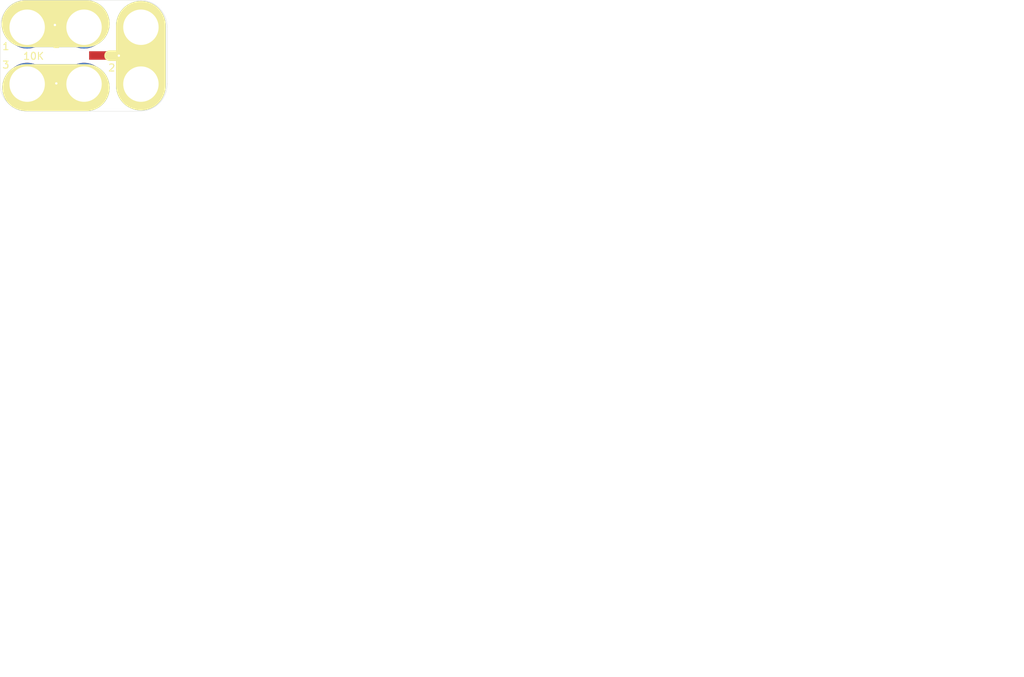
<source format=kicad_pcb>
(kicad_pcb (version 4) (host pcbnew 4.0.5-e0-6337~49~ubuntu16.04.1)

  (general
    (links 0)
    (no_connects 0)
    (area 0.112283 24.78408 144.170639 122.03176)
    (thickness 1.6)
    (drawings 2)
    (tracks 0)
    (zones 0)
    (modules 1)
    (nets 1)
  )

  (page USLetter)
  (title_block
    (title "2x3 Mini Potentiometer 3361P SMT Module")
    (date "17 Mar 2017")
    (rev v1.1)
    (company "All rights reserved.")
    (comment 1 help@browndoggadgets.com)
    (comment 2 http://browndoggadgets.com/)
    (comment 3 "Brown Dog Gadgets")
  )

  (layers
    (0 F.Cu signal)
    (31 B.Cu signal)
    (34 B.Paste user)
    (35 F.Paste user)
    (36 B.SilkS user)
    (37 F.SilkS user)
    (38 B.Mask user)
    (39 F.Mask user)
    (40 Dwgs.User user)
    (44 Edge.Cuts user)
    (46 B.CrtYd user)
    (47 F.CrtYd user)
    (48 B.Fab user)
    (49 F.Fab user)
  )

  (setup
    (last_trace_width 0.254)
    (user_trace_width 0.1524)
    (user_trace_width 0.254)
    (user_trace_width 0.3302)
    (user_trace_width 0.508)
    (user_trace_width 0.762)
    (user_trace_width 1.27)
    (trace_clearance 0.254)
    (zone_clearance 0.508)
    (zone_45_only no)
    (trace_min 0.1524)
    (segment_width 0.1524)
    (edge_width 0.1524)
    (via_size 0.6858)
    (via_drill 0.3302)
    (via_min_size 0.6858)
    (via_min_drill 0.3302)
    (user_via 0.6858 0.3302)
    (user_via 0.762 0.4064)
    (user_via 0.8636 0.508)
    (uvia_size 0.6858)
    (uvia_drill 0.3302)
    (uvias_allowed no)
    (uvia_min_size 0)
    (uvia_min_drill 0)
    (pcb_text_width 0.1524)
    (pcb_text_size 1.016 1.016)
    (mod_edge_width 0.1524)
    (mod_text_size 1.016 1.016)
    (mod_text_width 0.1524)
    (pad_size 6 6)
    (pad_drill 4.98)
    (pad_to_mask_clearance 0.0762)
    (solder_mask_min_width 0.1016)
    (pad_to_paste_clearance -0.0762)
    (aux_axis_origin 0 0)
    (visible_elements FFFEDF7D)
    (pcbplotparams
      (layerselection 0x310fc_80000001)
      (usegerberextensions true)
      (excludeedgelayer true)
      (linewidth 0.100000)
      (plotframeref false)
      (viasonmask false)
      (mode 1)
      (useauxorigin false)
      (hpglpennumber 1)
      (hpglpenspeed 20)
      (hpglpendiameter 15)
      (hpglpenoverlay 2)
      (psnegative false)
      (psa4output false)
      (plotreference true)
      (plotvalue true)
      (plotinvisibletext false)
      (padsonsilk false)
      (subtractmaskfromsilk false)
      (outputformat 1)
      (mirror false)
      (drillshape 0)
      (scaleselection 1)
      (outputdirectory gerbers))
  )

  (net 0 "")

  (net_class Default "This is the default net class."
    (clearance 0.254)
    (trace_width 0.254)
    (via_dia 0.6858)
    (via_drill 0.3302)
    (uvia_dia 0.6858)
    (uvia_drill 0.3302)
  )

  (module Crazy_Circuits:POTENTIOMETER-3361P-SMT-2x3 (layer F.Cu) (tedit 592AE2F8) (tstamp 58D18AB8)
    (at 4.18792 38.61308)
    (descr "9V Battery Holder Polarized 2x4")
    (tags "9V Battery Holder Polarized 2x4")
    (path /5882C850)
    (fp_text reference R1 (at 6.7 -4 180) (layer F.Fab)
      (effects (font (size 1 1) (thickness 0.15)))
    )
    (fp_text value "10K TRIMPOT" (at 7.6 -12.8 180) (layer B.SilkS) hide
      (effects (font (size 1 1) (thickness 0.15)) (justify mirror))
    )
    (fp_arc (start 0 0) (end 2.667 0.6985) (angle 255.3236069) (layer F.Mask) (width 0.6))
    (fp_text user 10K (at 0.90224 -3.92684 180) (layer F.SilkS)
      (effects (font (size 1 1) (thickness 0.15)))
    )
    (fp_text user 2 (at 11.9 -2.3) (layer F.SilkS)
      (effects (font (size 1 1) (thickness 0.15)))
    )
    (fp_text user 3 (at -3 -2.7 180) (layer F.SilkS)
      (effects (font (size 1 1) (thickness 0.15)))
    )
    (fp_text user 1 (at -3 -5.3 180) (layer F.SilkS)
      (effects (font (size 1 1) (thickness 0.15)))
    )
    (fp_line (start 4.1 -0.1) (end 4.1 -1.4) (layer F.Cu) (width 0.5))
    (fp_arc (start 15.893368 0.00018) (end 19.693368 -0.09982) (angle 89.9) (layer Edge.Cuts) (width 0.04064))
    (fp_arc (start 15.888176 -8) (end 15.588176 -11.8) (angle 94.51398846) (layer Edge.Cuts) (width 0.04064))
    (fp_arc (start 0 -8) (end -3.8 -7.9) (angle 91.50743576) (layer Edge.Cuts) (width 0.04064))
    (fp_arc (start 0 0) (end 0.1 3.8) (angle 91.50743576) (layer Edge.Cuts) (width 0.04064))
    (fp_line (start -3.8 0) (end -3.8 -8) (layer Edge.Cuts) (width 0.04064))
    (fp_line (start 0 3.8) (end 16 3.8) (layer Edge.Cuts) (width 0.04064))
    (fp_line (start 0 -11.8) (end 15.7 -11.8) (layer Edge.Cuts) (width 0.04064))
    (fp_line (start 19.7 0) (end 19.7 -8) (layer Edge.Cuts) (width 0.04064))
    (fp_arc (start 15.893368 0.00018) (end 19.693368 -0.09982) (angle 89.9) (layer F.Fab) (width 0.04064))
    (fp_arc (start 15.888176 -8) (end 15.588176 -11.8) (angle 94.51398846) (layer F.Fab) (width 0.04064))
    (fp_arc (start 0 -8) (end -3.8 -7.9) (angle 91.50743576) (layer F.Fab) (width 0.04064))
    (fp_arc (start 0 0) (end 0.1 3.8) (angle 91.50743576) (layer F.Fab) (width 0.04064))
    (fp_line (start -3.8 0) (end -3.8 -8) (layer F.Fab) (width 0.04064))
    (fp_line (start 0 3.8) (end 16 3.8) (layer F.Fab) (width 0.04064))
    (fp_line (start 0 -11.8) (end 15.7 -11.8) (layer F.Fab) (width 0.04064))
    (fp_line (start 19.7 0) (end 19.7 -8) (layer F.Fab) (width 0.04064))
    (fp_line (start 8.3 0.5) (end -0.2 0.5) (layer B.Cu) (width 6.6))
    (fp_line (start 16 -8.2) (end 16 0.2) (layer F.SilkS) (width 7))
    (fp_line (start 11.6 -4) (end 16 -4) (layer F.SilkS) (width 1.5))
    (fp_line (start 16 -8.2) (end 16 0.2) (layer B.Cu) (width 7))
    (fp_line (start 16 -8.2) (end 16 0.2) (layer B.Mask) (width 7))
    (fp_line (start 8.3 0.5) (end -0.2 0.5) (layer F.SilkS) (width 6.6))
    (fp_line (start 8.3 0.5) (end -0.2 0.5) (layer B.Mask) (width 6.6))
    (fp_line (start 3.9 -8.3) (end 3.9 -7) (layer F.Cu) (width 0.5))
    (fp_line (start 8.3 -8.5) (end -0.3 -8.5) (layer F.SilkS) (width 6.6))
    (fp_line (start 8.3 -8.5) (end -0.3 -8.5) (layer B.Cu) (width 6.6))
    (fp_line (start 8.3 -8.5) (end -0.3 -8.5) (layer B.Mask) (width 6.6))
    (fp_line (start 12.9 -4) (end 11.6 -4) (layer F.Cu) (width 0.5))
    (fp_line (start 3.3 -5.7) (end 3.3 -7.2) (layer F.Fab) (width 0.04064))
    (fp_line (start 4.7 -5.7) (end 3.3 -5.7) (layer F.Fab) (width 0.04064))
    (fp_line (start 4.7 -7.2) (end 4.7 -5.7) (layer F.Fab) (width 0.04064))
    (fp_line (start 3.3 -7.2) (end 4.7 -7.2) (layer F.Fab) (width 0.04064))
    (fp_line (start 3.7 -0.5) (end 3.7 -7.5) (layer F.Fab) (width 0.04064))
    (fp_line (start 10.5 -0.5) (end 3.7 -0.5) (layer F.Fab) (width 0.04064))
    (fp_line (start 10.5 -7.5) (end 10.5 -0.5) (layer F.Fab) (width 0.04064))
    (fp_line (start 3.7 -7.5) (end 10.5 -7.5) (layer F.Fab) (width 0.04064))
    (fp_line (start 3.3 -0.8) (end 3.3 -2.3) (layer F.Fab) (width 0.04064))
    (fp_line (start 4.7 -0.8) (end 3.3 -0.8) (layer F.Fab) (width 0.04064))
    (fp_line (start 3.3 -2.3) (end 4.7 -2.3) (layer F.Fab) (width 0.04064))
    (fp_line (start 4.7 -2.3) (end 4.7 -0.8) (layer F.Fab) (width 0.04064))
    (fp_line (start 9.5 -3.3) (end 9.5 -4.8) (layer F.Fab) (width 0.04064))
    (fp_line (start 10.9 -3.3) (end 9.5 -3.3) (layer F.Fab) (width 0.04064))
    (fp_line (start 9.5 -4.8) (end 10.9 -4.8) (layer F.Fab) (width 0.04064))
    (fp_line (start 10.9 -4.8) (end 10.9 -3.3) (layer F.Fab) (width 0.04064))
    (fp_line (start 3.7 -7.5) (end 10.5 -7.5) (layer F.Fab) (width 0.04064))
    (fp_arc (start 8.001 -0.0635) (end 10.7315 -0.0635) (angle 162.407591) (layer F.Mask) (width 0.6))
    (fp_arc (start 0 -8.001) (end 0 -5.207) (angle 255.3235412) (layer F.Mask) (width 0.6))
    (fp_arc (start 8.001 -8.001) (end 5.2705 -8.5725) (angle 166.5419264) (layer F.Mask) (width 0.6))
    (pad "" thru_hole circle (at 8 0 180) (size 6 6) (drill 4.98) (layers *.Cu B.Mask))
    (pad "" thru_hole circle (at 0 -8 180) (size 6 6) (drill 4.98) (layers *.Cu B.Mask))
    (pad "" thru_hole circle (at 8 -8 180) (size 6 6) (drill 4.98) (layers *.Cu B.Mask))
    (pad "" thru_hole circle (at 0 0 180) (size 6 6) (drill 4.98) (layers *.Cu B.Mask))
    (pad "" thru_hole circle (at 16 0 180) (size 6 6) (drill 4.98) (layers *.Cu *.Mask))
    (pad "" thru_hole circle (at 16 -8 180) (size 6 6) (drill 4.98) (layers *.Cu *.Mask))
    (pad 1 smd rect (at 3.9655 -6.5265 270) (size 1.19 2.6) (layers F.Cu F.Paste F.Mask))
    (pad 2 smd rect (at 10.3655 -4.0265 270) (size 1.19 3.3) (layers F.Cu F.Paste F.Mask))
    (pad 3 smd rect (at 3.9655 -1.4465 270) (size 1.19 2.6) (layers F.Cu F.Paste F.Mask))
    (pad "" thru_hole circle (at 3.902 -8.3185) (size 0.6858 0.6858) (drill 0.3302) (layers *.Cu B.Mask))
    (pad "" thru_hole circle (at 4.1 -0.1 180) (size 0.6858 0.6858) (drill 0.3302) (layers *.Cu B.Mask))
    (pad "" thru_hole circle (at 12.9 -4 180) (size 0.6858 0.6858) (drill 0.3302) (layers *.Cu B.Mask))
  )

  (gr_text 2 (at 8.32104 33.00476) (layer F.SilkS)
    (effects (font (size 1.016 1.016) (thickness 0.1524)))
  )
  (gr_text "FABRICATION NOTES\n\n1. THIS IS A 2 LAYER BOARD. \n2. EXTERNAL LAYERS SHALL HAVE 1 OZ COPPER.\n3. MATERIAL: FR4 AND 0.062 INCH +/- 10% THICK.\n4. BOARDS SHALL BE ROHS COMPLIANT. \n5. MANUFACTURE IN ACCORDANCE WITH IPC-6012 CLASS 2\n6. MASK: BOTH SIDES OF THE BOARD SHALL HAVE \n   SOLDER MASK (RED) OVER BARE COPPER. \n7. SILK: BOTH SIDES OF THE BOARD SHALL HAVE \n   WHITE SILKSCREEN. DO NOT PLACE SILK OVER BARE COPPER.\n8. FINISH: ENIG.\n9. MINIMUM TRACE WIDTH - 0.006 INCH.\n   MINIMUM SPACE - 0.006 INCH.\n   MINIMUM HOLE DIA - 0.013 INCH. \n10. MAX HOLE PLACEMENT TOLERANCE OF +/- 0.003 INCH.\n11. MAX HOLE DIAMETER TOLERANCE OF +/- 0.003 INCH AFTER PLATING." (at 1.32588 87.36076) (layer Dwgs.User)
    (effects (font (size 2.54 2.54) (thickness 0.254)) (justify left))
  )

)

</source>
